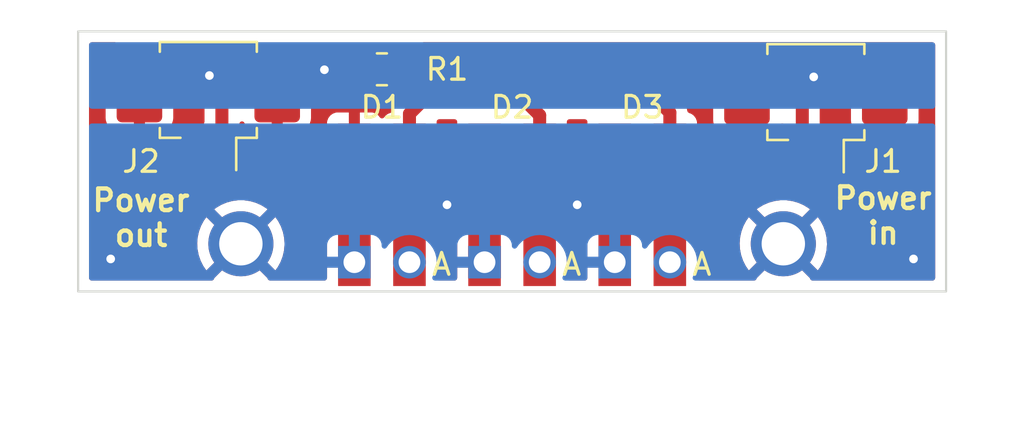
<source format=kicad_pcb>
(kicad_pcb (version 20211014) (generator pcbnew)
  (layers (0 "F.Cu" signal) (31 "B.Cu" signal) (34 "B.Paste" user) (35 "F.Paste" user) (36 "B.SilkS" user "B.Silkscreen") (37 "F.SilkS" user "F.Silkscreen") (38 "B.Mask" user) (39 "F.Mask" user) (44 "Edge.Cuts" user))
  (net 0 "")
  (net 1 "GND")
  (net 2 "/LEDs")
  (net 3 "Power_postSwitch")
  (footprint "Resistor_SMD:R_0805_2012Metric_Pad1.20x1.40mm_HandSolder" (layer "F.Cu") (at 114 51.75 180)
    (fp_text reference "R1" (at -3 0) (layer "F.SilkS"))
    (fp_text value "120R")
    (fp_line (start -0.227064 0.735) (end 0.227064 0.735) (layer "F.SilkS") (width 0.12))
    (fp_line (start -0.227064 -0.735) (end 0.227064 -0.735) (layer "F.SilkS") (width 0.12))
    (pad "1" smd roundrect (at -1 0 180) (size 1.2 1.4) (layers "F.Cu" "F.Paste" "F.Mask") (roundrect_rratio 0.2083333333) (net 2 "/LEDs"))
    (pad "2" smd roundrect (at 1 0 180) (size 1.2 1.4) (layers "F.Cu" "F.Paste" "F.Mask") (roundrect_rratio 0.2083333333) (net 3 "Power_postSwitch"))
  )
  (footprint "sensorstrip:LED_THT-1.27mm-OrthogonalSMDAndTHT" (layer "F.Cu") (at 120 58)
    (fp_text reference "D2" (at 0 -4.5 unlocked) (layer "F.SilkS"))
    (fp_text value "LED")
    (fp_text user "A" (at 2.75 2.75 unlocked) (layer "F.SilkS"))
    (pad "1" smd rect (at -1.27 0) (size 1.5 7.5) (layers "F.Cu" "F.Paste" "F.Mask") (net 1 "GND"))
    (pad "1" thru_hole rect (at -1.27 2.65 90) (size 1.5 1.5) (drill 1) (layers *.Cu *.Mask) (net 1 "GND"))
    (pad "2" smd rect (at 1.27 0) (size 1.5 7.5) (layers "F.Cu" "F.Paste" "F.Mask") (net 2 "/LEDs"))
    (pad "2" thru_hole circle (at 1.27 2.65 90) (size 1.5 1.5) (drill 1) (layers *.Cu *.Mask) (net 2 "/LEDs"))
  )
  (footprint "Connector_Molex:Molex_PicoBlade_53261-0271_1x02-1MP_P1.25mm_Horizontal" (layer "F.Cu") (at 106 53.2 180)
    (fp_text reference "J2" (at 3.1 -2.8) (layer "F.SilkS"))
    (fp_text value "Conn_01x02_MountingPin")
    (fp_line (start 2.235 -1.71) (end 1.285 -1.71) (layer "F.SilkS") (width 0.12))
    (fp_line (start -2.235 -1.26) (end -2.235 -1.71) (layer "F.SilkS") (width 0.12))
    (fp_line (start -2.235 2.26) (end -2.235 2.71) (layer "F.SilkS") (width 0.12))
    (fp_line (start 2.235 2.71) (end 2.235 2.26) (layer "F.SilkS") (width 0.12))
    (fp_line (start 2.235 -1.26) (end 2.235 -1.71) (layer "F.SilkS") (width 0.12))
    (fp_line (start -1.285 -1.71) (end -1.285 -3.2) (layer "F.SilkS") (width 0.12))
    (fp_line (start -2.235 2.71) (end 2.235 2.71) (layer "F.SilkS") (width 0.12))
    (fp_line (start -2.235 -1.71) (end -1.285 -1.71) (layer "F.SilkS") (width 0.12))
    (pad "1" smd roundrect (at -0.625 -2.4 180) (size 0.8 1.6) (layers "F.Cu" "F.Paste" "F.Mask") (net 3 "Power_postSwitch"))
    (pad "2" smd roundrect (at 0.625 -2.4 180) (size 0.8 1.6) (layers "F.Cu" "F.Paste" "F.Mask") (net 1 "GND"))
    (pad "MP" smd roundrect (at -3.175 0.5 180) (size 2.1 3) (layers "F.Cu" "F.Paste" "F.Mask") (roundrect_rratio 0.1190480952) (net 1 "GND"))
    (pad "MP" smd roundrect (at 3.175 0.5 180) (size 2.1 3) (layers "F.Cu" "F.Paste" "F.Mask") (roundrect_rratio 0.1190480952) (net 1 "GND"))
  )
  (footprint "" (layer "F.Cu") (at 113.35 59.8)
    (fp_text reference "" (at 0 0) (layer "F.SilkS") (effects (font (size 1.27 1.27))))
    (fp_text value "" (at 0 0) (layer "F.SilkS") (effects (font (size 1.27 1.27))))
    (pad "" thru_hole circle (at -5.85 0 90) (size 3 3) (drill 2) (layers *.Cu *.Mask) (net 1 "GND"))
  )
  (footprint "" (layer "F.Cu") (at 130 59.35)
    (fp_text reference "" (at 0 0) (layer "F.SilkS") (effects (font (size 1.27 1.27))))
    (fp_text value "" (at 0 0) (layer "F.SilkS") (effects (font (size 1.27 1.27))))
    (pad "" thru_hole circle (at 2.5 0.45 90) (size 3 3) (drill 2) (layers *.Cu *.Mask) (net 1 "GND"))
  )
  (footprint "sensorstrip:LED_THT-1.27mm-OrthogonalSMDAndTHT" (layer "F.Cu") (at 114 58)
    (fp_text reference "D1" (at 0 -4.5 unlocked) (layer "F.SilkS"))
    (fp_text value "LED")
    (fp_text user "A" (at 2.75 2.75 unlocked) (layer "F.SilkS"))
    (pad "1" smd rect (at -1.27 0) (size 1.5 7.5) (layers "F.Cu" "F.Paste" "F.Mask") (net 1 "GND"))
    (pad "1" thru_hole rect (at -1.27 2.65 90) (size 1.5 1.5) (drill 1) (layers *.Cu *.Mask) (net 1 "GND"))
    (pad "2" smd rect (at 1.27 0) (size 1.5 7.5) (layers "F.Cu" "F.Paste" "F.Mask") (net 2 "/LEDs"))
    (pad "2" thru_hole circle (at 1.27 2.65 90) (size 1.5 1.5) (drill 1) (layers *.Cu *.Mask) (net 2 "/LEDs"))
  )
  (footprint "Connector_Molex:Molex_PicoBlade_53261-0271_1x02-1MP_P1.25mm_Horizontal" (layer "F.Cu") (at 134 53.3 180)
    (fp_text reference "J1" (at -3.1 -2.7) (layer "F.SilkS"))
    (fp_text value "Conn_01x02_MountingPin")
    (fp_line (start 2.235 2.71) (end 2.235 2.26) (layer "F.SilkS") (width 0.12))
    (fp_line (start 2.235 -1.26) (end 2.235 -1.71) (layer "F.SilkS") (width 0.12))
    (fp_line (start 2.235 -1.71) (end 1.285 -1.71) (layer "F.SilkS") (width 0.12))
    (fp_line (start -2.235 2.71) (end 2.235 2.71) (layer "F.SilkS") (width 0.12))
    (fp_line (start -1.285 -1.71) (end -1.285 -3.2) (layer "F.SilkS") (width 0.12))
    (fp_line (start -2.235 2.26) (end -2.235 2.71) (layer "F.SilkS") (width 0.12))
    (fp_line (start -2.235 -1.26) (end -2.235 -1.71) (layer "F.SilkS") (width 0.12))
    (fp_line (start -2.235 -1.71) (end -1.285 -1.71) (layer "F.SilkS") (width 0.12))
    (pad "1" smd roundrect (at -0.625 -2.4 180) (size 0.8 1.6) (layers "F.Cu" "F.Paste" "F.Mask") (net 1 "GND"))
    (pad "2" smd roundrect (at 0.625 -2.4 180) (size 0.8 1.6) (layers "F.Cu" "F.Paste" "F.Mask") (net 3 "Power_postSwitch"))
    (pad "MP" smd roundrect (at -3.175 0.5 180) (size 2.1 3) (layers "F.Cu" "F.Paste" "F.Mask") (roundrect_rratio 0.1190480952) (net 1 "GND"))
    (pad "MP" smd roundrect (at 3.175 0.5 180) (size 2.1 3) (layers "F.Cu" "F.Paste" "F.Mask") (roundrect_rratio 0.1190480952) (net 1 "GND"))
  )
  (footprint "sensorstrip:LED_THT-1.27mm-OrthogonalSMDAndTHT" (layer "F.Cu") (at 126 58)
    (fp_text reference "D3" (at 0 -4.5 unlocked) (layer "F.SilkS"))
    (fp_text value "LED")
    (fp_text user "A" (at 2.75 2.75 unlocked) (layer "F.SilkS"))
    (pad "1" smd rect (at -1.27 0) (size 1.5 7.5) (layers "F.Cu" "F.Paste" "F.Mask") (net 1 "GND"))
    (pad "1" thru_hole rect (at -1.27 2.65 90) (size 1.5 1.5) (drill 1) (layers *.Cu *.Mask) (net 1 "GND"))
    (pad "2" smd rect (at 1.27 0) (size 1.5 7.5) (layers "F.Cu" "F.Paste" "F.Mask") (net 2 "/LEDs"))
    (pad "2" thru_hole circle (at 1.27 2.65 90) (size 1.5 1.5) (drill 1) (layers *.Cu *.Mask) (net 2 "/LEDs"))
  )
  (gr_rect (start 100 50) (end 140 62) (layer "Edge.Cuts") (width 0.1) (fill none))
  (gr_text "Power\nin" (at 137.1 58.5) (layer "F.SilkS") (effects (font (size 1 1) (thickness 0.2))))
  (gr_text "Power\nout" (at 102.9 58.6) (layer "F.SilkS") (effects (font (size 1 1) (thickness 0.2))))
  (via (at 138.5 60.5) (size 0.8) (drill 0.4) (layers "F.Cu" "B.Cu") (net 1))
  (via (at 123 58) (size 0.8) (drill 0.4) (layers "F.Cu" "B.Cu") (net 1))
  (via (at 117 58) (size 0.8) (drill 0.4) (layers "F.Cu" "B.Cu") (net 1))
  (via (at 101.5 60.5) (size 0.8) (drill 0.4) (layers "F.Cu" "B.Cu") (net 1))
  (segment (start 115 51.75) (end 115.825 52.575) (width 0.6) (layer "F.Cu") (net 2))
  (segment (start 115.825 53.25) (end 115.27 53.805) (width 0.6) (layer "F.Cu") (net 2))
  (segment (start 121.27 53.87) (end 121.27 58) (width 0.6) (layer "F.Cu") (net 2))
  (segment (start 120.65 53.25) (end 115.825 53.25) (width 0.6) (layer "F.Cu") (net 2))
  (segment (start 127.27 58) (end 127.27 53.745) (width 0.6) (layer "F.Cu") (net 2))
  (segment (start 120.65 53.25) (end 121.27 53.87) (width 0.6) (layer "F.Cu") (net 2))
  (segment (start 126.775 53.25) (end 120.65 53.25) (width 0.6) (layer "F.Cu") (net 2))
  (segment (start 127.27 53.745) (end 126.775 53.25) (width 0.6) (layer "F.Cu") (net 2))
  (segment (start 115.825 52.575) (end 115.825 53.25) (width 0.6) (layer "F.Cu") (net 2))
  (segment (start 115.27 53.805) (end 115.27 58) (width 0.6) (layer "F.Cu") (net 2))
  (segment (start 133.9 52.1) (end 133.375 52.625) (width 0.6) (layer "F.Cu") (net 3))
  (segment (start 112.98 51.77) (end 113 51.75) (width 0.6) (layer "F.Cu") (net 3))
  (segment (start 133.375 52.625) (end 133.375 55.7) (width 0.6) (layer "F.Cu") (net 3))
  (segment (start 106.625 55.6) (end 106.625 52.6125) (width 0.6) (layer "F.Cu") (net 3))
  (segment (start 111.35 51.77) (end 112.98 51.77) (width 0.6) (layer "F.Cu") (net 3))
  (segment (start 106.625 52.6125) (end 106.05 52.0375) (width 0.6) (layer "F.Cu") (net 3))
  (via (at 133.9 52.1) (size 0.8) (drill 0.4) (layers "F.Cu" "B.Cu") (net 3))
  (via (at 111.35 51.77) (size 0.8) (drill 0.4) (layers "F.Cu" "B.Cu") (net 3))
  (via (at 106.05 52.0375) (size 0.8) (drill 0.4) (layers "F.Cu" "B.Cu") (net 3))
  (zone (net 1) (net_name "GND") (layer "F.Cu") (connect_pads (clearance 0.5)) (min_thickness 0.254) (fill yes (thermal_gap 0.508) (thermal_bridge_width 0.508))
    (polygon (pts (xy 140.58 63) (xy 99.1 63) (xy 99.1 49) (xy 140.58 49)))
  )
  (zone (net 1) (net_name "GND") (layer "B.Cu") (connect_pads (clearance 0.5)) (min_thickness 0.254) (fill yes (thermal_gap 0.508) (thermal_bridge_width 0.508))
    (polygon (pts (xy 141.1 62.25) (xy 99.45 62.25) (xy 99.45 54.25) (xy 141.1 54.25)))
  )
  (zone (net 3) (net_name "Power_postSwitch") (layer "B.Cu") (connect_pads (clearance 0.5)) (min_thickness 0.254) (fill yes (thermal_gap 0.508) (thermal_bridge_width 0.508))
    (polygon (pts (xy 141.078559 53.57) (xy 99.44 53.57) (xy 99.44 48.57) (xy 141.078559 48.57)))
  )
)
</source>
